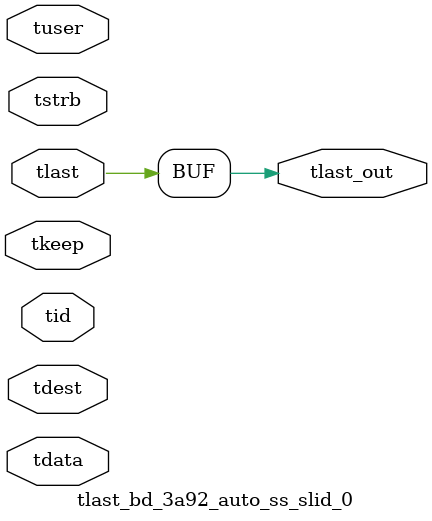
<source format=v>


`timescale 1ps/1ps

module tlast_bd_3a92_auto_ss_slid_0 #
(
parameter C_S_AXIS_TID_WIDTH   = 1,
parameter C_S_AXIS_TUSER_WIDTH = 0,
parameter C_S_AXIS_TDATA_WIDTH = 0,
parameter C_S_AXIS_TDEST_WIDTH = 0
)
(
input  [(C_S_AXIS_TID_WIDTH   == 0 ? 1 : C_S_AXIS_TID_WIDTH)-1:0       ] tid,
input  [(C_S_AXIS_TDATA_WIDTH == 0 ? 1 : C_S_AXIS_TDATA_WIDTH)-1:0     ] tdata,
input  [(C_S_AXIS_TUSER_WIDTH == 0 ? 1 : C_S_AXIS_TUSER_WIDTH)-1:0     ] tuser,
input  [(C_S_AXIS_TDEST_WIDTH == 0 ? 1 : C_S_AXIS_TDEST_WIDTH)-1:0     ] tdest,
input  [(C_S_AXIS_TDATA_WIDTH/8)-1:0 ] tkeep,
input  [(C_S_AXIS_TDATA_WIDTH/8)-1:0 ] tstrb,
input  [0:0]                                                             tlast,
output                                                                   tlast_out
);

assign tlast_out = {tlast};

endmodule


</source>
